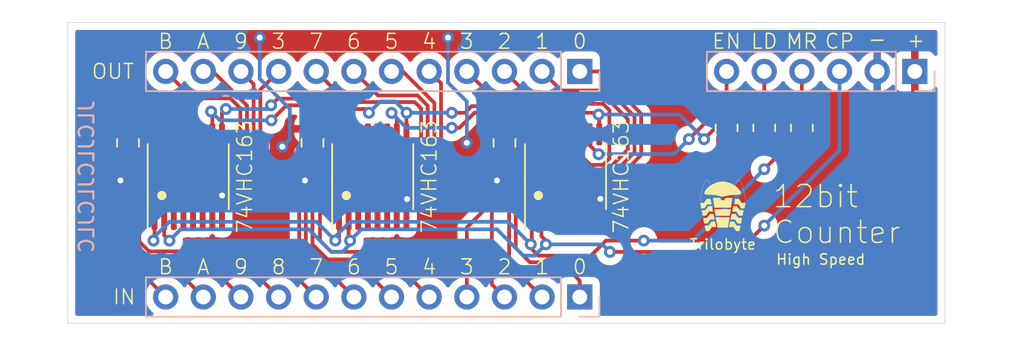
<source format=kicad_pcb>
(kicad_pcb (version 20211014) (generator pcbnew)
  (layers (0 "F.Cu" signal) (31 "B.Cu" signal) (34 "B.Paste" user) (35 "F.Paste" user) (36 "B.SilkS" user "B.Silkscreen") (37 "F.SilkS" user "F.Silkscreen") (38 "B.Mask" user) (39 "F.Mask" user) (44 "Edge.Cuts" user))
  (net 0 "")
  (net 1 "VCC")
  (net 2 "GND")
  (net 3 "/D0")
  (net 4 "/D1")
  (net 5 "/D2")
  (net 6 "/D3")
  (net 7 "/D4")
  (net 8 "/D5")
  (net 9 "/D6")
  (net 10 "/D7")
  (net 11 "/D8")
  (net 12 "/D9")
  (net 13 "/D10")
  (net 14 "/D11")
  (net 15 "/Q0")
  (net 16 "/Q1")
  (net 17 "/Q2")
  (net 18 "/Q3")
  (net 19 "/Q4")
  (net 20 "/Q5")
  (net 21 "/Q6")
  (net 22 "/Q7")
  (net 23 "/Q8")
  (net 24 "/Q9")
  (net 25 "/Q10")
  (net 26 "/Q11")
  (net 27 "/CLOCK")
  (net 28 "/~{RESET}")
  (net 29 "/~{LOAD}")
  (net 30 "/EN")
  (net 31 "Net-(U1-Pad15)")
  (net 32 "Net-(U2-Pad15)")
  (footprint "Capacitor_SMD:C_0805_2012Metric" (layer "F.Cu") (at 117.602 75.184 -90)
    (fp_text reference "C2" hide)
    (fp_text value "C" hide)
    (pad "1" smd roundrect locked (at -0.95 0 270) (size 1 1.45) (layers "F.Cu" "F.Paste" "F.Mask") (net 1 "VCC"))
    (pad "2" smd roundrect locked (at 0.95 0 270) (size 1 1.45) (layers "F.Cu" "F.Paste" "F.Mask") (net 2 "GND"))
  )
  (footprint "Package_SO:TSSOP-16_4.4x5mm_P0.65mm" (layer "F.Cu") (at 134.674 77.47 90)
    (fp_text reference "U1" hide)
    (fp_text value "74LS163" hide)
    (pad "1" smd roundrect (at -2.8625 -2.275 90) (size 1.475 0.4) (layers "F.Cu" "F.Paste" "F.Mask") (net 28 "/~{RESET}"))
    (pad "2" smd roundrect (at -2.8625 -1.625 90) (size 1.475 0.4) (layers "F.Cu" "F.Paste" "F.Mask") (net 27 "/CLOCK"))
    (pad "3" smd roundrect (at -2.8625 -0.975 90) (size 1.475 0.4) (layers "F.Cu" "F.Paste" "F.Mask") (net 3 "/D0"))
    (pad "4" smd roundrect (at -2.8625 -0.325 90) (size 1.475 0.4) (layers "F.Cu" "F.Paste" "F.Mask") (net 4 "/D1"))
    (pad "5" smd roundrect (at -2.8625 0.325 90) (size 1.475 0.4) (layers "F.Cu" "F.Paste" "F.Mask") (net 5 "/D2"))
    (pad "6" smd roundrect (at -2.8625 0.975 90) (size 1.475 0.4) (layers "F.Cu" "F.Paste" "F.Mask") (net 6 "/D3"))
    (pad "7" smd roundrect (at -2.8625 1.625 90) (size 1.475 0.4) (layers "F.Cu" "F.Paste" "F.Mask") (net 1 "VCC"))
    (pad "8" smd roundrect (at -2.8625 2.275 90) (size 1.475 0.4) (layers "F.Cu" "F.Paste" "F.Mask") (net 2 "GND"))
    (pad "9" smd roundrect (at 2.8625 2.275 90) (size 1.475 0.4) (layers "F.Cu" "F.Paste" "F.Mask") (net 29 "/~{LOAD}"))
    (pad "10" smd roundrect (at 2.8625 1.625 90) (size 1.475 0.4) (layers "F.Cu" "F.Paste" "F.Mask") (net 30 "/EN"))
    (pad "11" smd roundrect (at 2.8625 0.975 90) (size 1.475 0.4) (layers "F.Cu" "F.Paste" "F.Mask") (net 18 "/Q3"))
    (pad "12" smd roundrect (at 2.8625 0.325 90) (size 1.475 0.4) (layers "F.Cu" "F.Paste" "F.Mask") (net 17 "/Q2"))
    (pad "13" smd roundrect (at 2.8625 -0.325 90) (size 1.475 0.4) (layers "F.Cu" "F.Paste" "F.Mask") (net 16 "/Q1"))
    (pad "14" smd roundrect (at 2.8625 -0.975 90) (size 1.475 0.4) (layers "F.Cu" "F.Paste" "F.Mask") (net 15 "/Q0"))
    (pad "15" smd roundrect (at 2.8625 -1.625 90) (size 1.475 0.4) (layers "F.Cu" "F.Paste" "F.Mask") (net 31 "Net-(U1-Pad15)"))
    (pad "16" smd roundrect (at 2.8625 -2.275 90) (size 1.475 0.4) (layers "F.Cu" "F.Paste" "F.Mask") (net 1 "VCC"))
  )
  (footprint "Capacitor_SMD:C_0805_2012Metric" (layer "F.Cu") (at 105.156 75.184 -90)
    (fp_text reference "C3" hide)
    (fp_text value "C" hide)
    (pad "1" smd roundrect locked (at -0.95 0 270) (size 1 1.45) (layers "F.Cu" "F.Paste" "F.Mask") (net 1 "VCC"))
    (pad "2" smd roundrect locked (at 0.95 0 270) (size 1 1.45) (layers "F.Cu" "F.Paste" "F.Mask") (net 2 "GND"))
  )
  (footprint "Resistor_SMD:R_0805_2012Metric" (layer "F.Cu") (at 150.622 74.168 -90)
    (fp_text reference "R3" hide)
    (fp_text value "R_US" hide)
    (pad "1" smd roundrect locked (at -0.9125 0 270) (size 1.025 1.4) (layers "F.Cu" "F.Paste" "F.Mask") (roundrect_rratio 0.243902439) (net 28 "/~{RESET}"))
    (pad "2" smd roundrect locked (at 0.9125 0 270) (size 1.025 1.4) (layers "F.Cu" "F.Paste" "F.Mask") (roundrect_rratio 0.243902439) (net 1 "VCC"))
  )
  (footprint "Resistor_SMD:R_0805_2012Metric" (layer "F.Cu") (at 145.542 74.168 -90)
    (fp_text reference "R1" hide)
    (fp_text value "R_US" hide)
    (pad "1" smd roundrect locked (at -0.9125 0 270) (size 1.025 1.4) (layers "F.Cu" "F.Paste" "F.Mask") (roundrect_rratio 0.243902439) (net 30 "/EN"))
    (pad "2" smd roundrect locked (at 0.9125 0 270) (size 1.025 1.4) (layers "F.Cu" "F.Paste" "F.Mask") (roundrect_rratio 0.243902439) (net 1 "VCC"))
  )
  (footprint "Resistor_SMD:R_0805_2012Metric" (layer "F.Cu") (at 148.082 74.168 -90)
    (fp_text reference "R2" hide)
    (fp_text value "R_US" hide)
    (pad "1" smd roundrect locked (at -0.9125 0 270) (size 1.025 1.4) (layers "F.Cu" "F.Paste" "F.Mask") (roundrect_rratio 0.243902439) (net 29 "/~{LOAD}"))
    (pad "2" smd roundrect locked (at 0.9125 0 270) (size 1.025 1.4) (layers "F.Cu" "F.Paste" "F.Mask") (roundrect_rratio 0.243902439) (net 1 "VCC"))
  )
  (footprint "Capacitor_SMD:C_0805_2012Metric" (layer "F.Cu") (at 130.556 75.184 -90)
    (fp_text reference "C1" hide)
    (fp_text value "C" hide)
    (pad "1" smd roundrect locked (at -0.95 0 270) (size 1 1.45) (layers "F.Cu" "F.Paste" "F.Mask") (net 1 "VCC"))
    (pad "2" smd roundrect locked (at 0.95 0 270) (size 1 1.45) (layers "F.Cu" "F.Paste" "F.Mask") (net 2 "GND"))
  )
  (footprint "Package_SO:TSSOP-16_4.4x5mm_P0.65mm" (layer "F.Cu") (at 121.666 77.47 90)
    (fp_text reference "U2" hide)
    (fp_text value "74LS163" hide)
    (pad "1" smd roundrect (at -2.8625 -2.275 90) (size 1.475 0.4) (layers "F.Cu" "F.Paste" "F.Mask") (net 28 "/~{RESET}"))
    (pad "2" smd roundrect (at -2.8625 -1.625 90) (size 1.475 0.4) (layers "F.Cu" "F.Paste" "F.Mask") (net 27 "/CLOCK"))
    (pad "3" smd roundrect (at -2.8625 -0.975 90) (size 1.475 0.4) (layers "F.Cu" "F.Paste" "F.Mask") (net 7 "/D4"))
    (pad "4" smd roundrect (at -2.8625 -0.325 90) (size 1.475 0.4) (layers "F.Cu" "F.Paste" "F.Mask") (net 8 "/D5"))
    (pad "5" smd roundrect (at -2.8625 0.325 90) (size 1.475 0.4) (layers "F.Cu" "F.Paste" "F.Mask") (net 9 "/D6"))
    (pad "6" smd roundrect (at -2.8625 0.975 90) (size 1.475 0.4) (layers "F.Cu" "F.Paste" "F.Mask") (net 10 "/D7"))
    (pad "7" smd roundrect (at -2.8625 1.625 90) (size 1.475 0.4) (layers "F.Cu" "F.Paste" "F.Mask") (net 1 "VCC"))
    (pad "8" smd roundrect (at -2.8625 2.275 90) (size 1.475 0.4) (layers "F.Cu" "F.Paste" "F.Mask") (net 2 "GND"))
    (pad "9" smd roundrect (at 2.8625 2.275 90) (size 1.475 0.4) (layers "F.Cu" "F.Paste" "F.Mask") (net 29 "/~{LOAD}"))
    (pad "10" smd roundrect (at 2.8625 1.625 90) (size 1.475 0.4) (layers "F.Cu" "F.Paste" "F.Mask") (net 31 "Net-(U1-Pad15)"))
    (pad "11" smd roundrect (at 2.8625 0.975 90) (size 1.475 0.4) (layers "F.Cu" "F.Paste" "F.Mask") (net 22 "/Q7"))
    (pad "12" smd roundrect (at 2.8625 0.325 90) (size 1.475 0.4) (layers "F.Cu" "F.Paste" "F.Mask") (net 21 "/Q6"))
    (pad "13" smd roundrect (at 2.8625 -0.325 90) (size 1.475 0.4) (layers "F.Cu" "F.Paste" "F.Mask") (net 20 "/Q5"))
    (pad "14" smd roundrect (at 2.8625 -0.975 90) (size 1.475 0.4) (layers "F.Cu" "F.Paste" "F.Mask") (net 19 "/Q4"))
    (pad "15" smd roundrect (at 2.8625 -1.625 90) (size 1.475 0.4) (layers "F.Cu" "F.Paste" "F.Mask") (net 32 "Net-(U2-Pad15)"))
    (pad "16" smd roundrect (at 2.8625 -2.275 90) (size 1.475 0.4) (layers "F.Cu" "F.Paste" "F.Mask") (net 1 "VCC"))
  )
  (footprint "Stephenv6:trilobyte-logo-tiny" (layer "F.Cu") (at 145.278 73.536558)
    (fp_text reference "REF**" hide)
    (fp_text value "trilobyte-logo-tiny" hide)
  )
  (footprint "Package_SO:TSSOP-16_4.4x5mm_P0.65mm" (layer "F.Cu") (at 109.22 77.47 90)
    (fp_text reference "U3" hide)
    (fp_text value "74LS163" hide)
    (pad "1" smd roundrect (at -2.8625 -2.275 90) (size 1.475 0.4) (layers "F.Cu" "F.Paste" "F.Mask") (net 28 "/~{RESET}"))
    (pad "2" smd roundrect (at -2.8625 -1.625 90) (size 1.475 0.4) (layers "F.Cu" "F.Paste" "F.Mask") (net 27 "/CLOCK"))
    (pad "3" smd roundrect (at -2.8625 -0.975 90) (size 1.475 0.4) (layers "F.Cu" "F.Paste" "F.Mask") (net 11 "/D8"))
    (pad "4" smd roundrect (at -2.8625 -0.325 90) (size 1.475 0.4) (layers "F.Cu" "F.Paste" "F.Mask") (net 12 "/D9"))
    (pad "5" smd roundrect (at -2.8625 0.325 90) (size 1.475 0.4) (layers "F.Cu" "F.Paste" "F.Mask") (net 13 "/D10"))
    (pad "6" smd roundrect (at -2.8625 0.975 90) (size 1.475 0.4) (layers "F.Cu" "F.Paste" "F.Mask") (net 14 "/D11"))
    (pad "7" smd roundrect (at -2.8625 1.625 90) (size 1.475 0.4) (layers "F.Cu" "F.Paste" "F.Mask") (net 1 "VCC"))
    (pad "8" smd roundrect (at -2.8625 2.275 90) (size 1.475 0.4) (layers "F.Cu" "F.Paste" "F.Mask") (net 2 "GND"))
    (pad "9" smd roundrect (at 2.8625 2.275 90) (size 1.475 0.4) (layers "F.Cu" "F.Paste" "F.Mask") (net 29 "/~{LOAD}"))
    (pad "10" smd roundrect (at 2.8625 1.625 90) (size 1.475 0.4) (layers "F.Cu" "F.Paste" "F.Mask") (net 32 "Net-(U2-Pad15)"))
    (pad "11" smd roundrect (at 2.8625 0.975 90) (size 1.475 0.4) (layers "F.Cu" "F.Paste" "F.Mask") (net 26 "/Q11"))
    (pad "12" smd roundrect (at 2.8625 0.325 90) (size 1.475 0.4) (layers "F.Cu" "F.Paste" "F.Mask") (net 25 "/Q10"))
    (pad "13" smd roundrect (at 2.8625 -0.325 90) (size 1.475 0.4) (layers "F.Cu" "F.Paste" "F.Mask") (net 24 "/Q9"))
    (pad "14" smd roundrect (at 2.8625 -0.975 90) (size 1.475 0.4) (layers "F.Cu" "F.Paste" "F.Mask") (net 23 "/Q8"))
    (pad "15" smd roundrect (at 2.8625 -1.625 90) (size 1.475 0.4) (layers "F.Cu" "F.Paste" "F.Mask"))
    (pad "16" smd roundrect (at 2.8625 -2.275 90) (size 1.475 0.4) (layers "F.Cu" "F.Paste" "F.Mask") (net 1 "VCC"))
  )
  (footprint "Connector_PinHeader_2.54mm:PinHeader_1x12_P2.54mm_Vertical" (layer "B.Cu") (at 135.636 85.598 90)
    (fp_text reference "J1" hide)
    (fp_text value "Conn_01x12" hide)
    (pad "1" thru_hole rect locked (at 0 0 90) (size 1.7 1.7) (drill 1) (layers *.Cu *.Mask) (net 3 "/D0"))
    (pad "2" thru_hole oval locked (at 0 -2.54 90) (size 1.7 1.7) (drill 1) (layers *.Cu *.Mask) (net 4 "/D1"))
    (pad "3" thru_hole oval locked (at 0 -5.08 90) (size 1.7 1.7) (drill 1) (layers *.Cu *.Mask) (net 5 "/D2"))
    (pad "4" thru_hole oval locked (at 0 -7.62 90) (size 1.7 1.7) (drill 1) (layers *.Cu *.Mask) (net 6 "/D3"))
    (pad "5" thru_hole oval locked (at 0 -10.16 90) (size 1.7 1.7) (drill 1) (layers *.Cu *.Mask) (net 7 "/D4"))
    (pad "6" thru_hole oval locked (at 0 -12.7 90) (size 1.7 1.7) (drill 1) (layers *.Cu *.Mask) (net 8 "/D5"))
    (pad "7" thru_hole oval locked (at 0 -15.24 90) (size 1.7 1.7) (drill 1) (layers *.Cu *.Mask) (net 9 "/D6"))
    (pad "8" thru_hole oval locked (at 0 -17.78 90) (size 1.7 1.7) (drill 1) (layers *.Cu *.Mask) (net 10 "/D7"))
    (pad "9" thru_hole oval locked (at 0 -20.32 90) (size 1.7 1.7) (drill 1) (layers *.Cu *.Mask) (net 11 "/D8"))
    (pad "10" thru_hole oval locked (at 0 -22.86 90) (size 1.7 1.7) (drill 1) (layers *.Cu *.Mask) (net 12 "/D9"))
    (pad "11" thru_hole oval locked (at 0 -25.4 90) (size 1.7 1.7) (drill 1) (layers *.Cu *.Mask) (net 13 "/D10"))
    (pad "12" thru_hole oval locked (at 0 -27.94 90) (size 1.7 1.7) (drill 1) (layers *.Cu *.Mask) (net 14 "/D11"))
  )
  (footprint "Connector_PinHeader_2.54mm:PinHeader_1x12_P2.54mm_Vertical" (layer "B.Cu") (at 135.636 70.358 90)
    (fp_text reference "J2" hide)
    (fp_text value "Conn_01x12" hide)
    (pad "1" thru_hole rect locked (at 0 0 90) (size 1.7 1.7) (drill 1) (layers *.Cu *.Mask) (net 15 "/Q0"))
    (pad "2" thru_hole oval locked (at 0 -2.54 90) (size 1.7 1.7) (drill 1) (layers *.Cu *.Mask) (net 16 "/Q1"))
    (pad "3" thru_hole oval locked (at 0 -5.08 90) (size 1.7 1.7) (drill 1) (layers *.Cu *.Mask) (net 17 "/Q2"))
    (pad "4" thru_hole oval locked (at 0 -7.62 90) (size 1.7 1.7) (drill 1) (layers *.Cu *.Mask) (net 18 "/Q3"))
    (pad "5" thru_hole oval locked (at 0 -10.16 90) (size 1.7 1.7) (drill 1) (layers *.Cu *.Mask) (net 19 "/Q4"))
    (pad "6" thru_hole oval locked (at 0 -12.7 90) (size 1.7 1.7) (drill 1) (layers *.Cu *.Mask) (net 20 "/Q5"))
    (pad "7" thru_hole oval locked (at 0 -15.24 90) (size 1.7 1.7) (drill 1) (layers *.Cu *.Mask) (net 21 "/Q6"))
    (pad "8" thru_hole oval locked (at 0 -17.78 90) (size 1.7 1.7) (drill 1) (layers *.Cu *.Mask) (net 22 "/Q7"))
    (pad "9" thru_hole oval locked (at 0 -20.32 90) (size 1.7 1.7) (drill 1) (layers *.Cu *.Mask) (net 23 "/Q8"))
    (pad "10" thru_hole oval locked (at 0 -22.86 90) (size 1.7 1.7) (drill 1) (layers *.Cu *.Mask) (net 24 "/Q9"))
    (pad "11" thru_hole oval locked (at 0 -25.4 90) (size 1.7 1.7) (drill 1) (layers *.Cu *.Mask) (net 25 "/Q10"))
    (pad "12" thru_hole oval locked (at 0 -27.94 90) (size 1.7 1.7) (drill 1) (layers *.Cu *.Mask) (net 26 "/Q11"))
  )
  (footprint "Connector_PinHeader_2.54mm:PinHeader_1x06_P2.54mm_Vertical" (layer "B.Cu") (at 158.242 70.358 90)
    (fp_text reference "J3" hide)
    (fp_text value "Conn_01x06" hide)
    (pad "1" thru_hole rect locked (at 0 0 90) (size 1.7 1.7) (drill 1) (layers *.Cu *.Mask) (net 1 "VCC"))
    (pad "2" thru_hole oval locked (at 0 -2.54 90) (size 1.7 1.7) (drill 1) (layers *.Cu *.Mask) (net 2 "GND"))
    (pad "3" thru_hole oval locked (at 0 -5.08 90) (size 1.7 1.7) (drill 1) (layers *.Cu *.Mask) (net 27 "/CLOCK"))
    (pad "4" thru_hole oval locked (at 0 -7.62 90) (size 1.7 1.7) (drill 1) (layers *.Cu *.Mask) (net 28 "/~{RESET}"))
    (pad "5" thru_hole oval locked (at 0 -10.16 90) (size 1.7 1.7) (drill 1) (layers *.Cu *.Mask) (net 29 "/~{LOAD}"))
    (pad "6" thru_hole oval locked (at 0 -12.7 90) (size 1.7 1.7) (drill 1) (layers *.Cu *.Mask) (net 30 "/EN"))
  )
  (gr_circle (center 132.842 78.74) (end 133.096 78.74) (layer "F.SilkS") (width 0.12) (fill solid))
  (gr_circle (center 107.442 78.74) (end 107.696 78.74) (layer "F.SilkS") (width 0.12) (fill solid))
  (gr_circle (center 119.888 78.74) (end 120.142 78.74) (layer "F.SilkS") (width 0.12) (fill solid))
  (gr_rect (start 101.092 87.376) (end 160.274 67.056) (layer "Edge.Cuts") (width 0.05) (fill none))
  (gr_text "JLCJLCJLCJLC" (at 102.362 77.47 90) (layer "B.SilkS") (effects (font (size 1 1)) (justify mirror)))
  (gr_text "~{LD}" (at 148.082 68.326) (layer "F.SilkS") (effects (font (size 1 1) (thickness 0.1))))
  (gr_text "0" (at 135.636 83.566) (layer "F.SilkS") (effects (font (size 1 1) (thickness 0.1))))
  (gr_text "1" (at 133.096 83.566) (layer "F.SilkS") (effects (font (size 1 1) (thickness 0.1))))
  (gr_text "6" (at 120.391 68.326) (layer "F.SilkS") (effects (font (size 1 1) (thickness 0.1))))
  (gr_text "High Speed" (at 151.892 83.058) (layer "F.SilkS") (effects (font (size 0.7 0.7) (thickness 0.1))))
  (gr_text "IN" (at 104.902 85.598) (layer "F.SilkS") (effects (font (size 1 1) (thickness 0.1))))
  (gr_text "74VHC163" (at 113.03 77.47 90) (layer "F.SilkS") (effects (font (size 1 1) (thickness 0.1))))
  (gr_text "3" (at 115.311 68.326) (layer "F.SilkS") (effects (font (size 1 1) (thickness 0.1))))
  (gr_text "5" (at 122.936 83.566) (layer "F.SilkS") (effects (font (size 1 1) (thickness 0.1))))
  (gr_text "7" (at 117.856 83.566) (layer "F.SilkS") (effects (font (size 1 1) (thickness 0.1))))
  (gr_text "74VHC163" (at 138.43 77.47 90) (layer "F.SilkS") (effects (font (size 1 1) (thickness 0.1))))
  (gr_text "B" (at 107.691 68.326) (layer "F.SilkS") (effects (font (size 1 1) (thickness 0.1))))
  (gr_text "7" (at 117.851 68.326) (layer "F.SilkS") (effects (font (size 1 1) (thickness 0.1))))
  (gr_text "2" (at 130.556 83.566) (layer "F.SilkS") (effects (font (size 1 1) (thickness 0.1))))
  (gr_text "OUT" (at 104.14 70.358) (layer "F.SilkS") (effects (font (size 1 1) (thickness 0.1))))
  (gr_text "9" (at 112.771 68.326) (layer "F.SilkS") (effects (font (size 1 1) (thickness 0.1))))
  (gr_text "-" (at 155.702 68.326 180) (layer "F.SilkS") (effects (font (size 1 1) (thickness 0.1))))
  (gr_text "4" (at 125.471 68.326) (layer "F.SilkS") (effects (font (size 1 1) (thickness 0.1))))
  (gr_text "5" (at 122.931 68.326) (layer "F.SilkS") (effects (font (size 1 1) (thickness 0.1))))
  (gr_text "0" (at 135.631 68.326) (layer "F.SilkS") (effects (font (size 1 1) (thickness 0.1))))
  (gr_text "EN" (at 145.542 68.326) (layer "F.SilkS") (effects (font (size 1 1) (thickness 0.1))))
  (gr_text "A" (at 110.231 68.326) (layer "F.SilkS") (effects (font (size 1 1) (thickness 0.1))))
  (gr_text "74VHC163" (at 125.476 77.47 90) (layer "F.SilkS") (effects (font (size 1 1) (thickness 0.1))))
  (gr_text "+" (at 158.242 68.326 90) (layer "F.SilkS") (effects (font (size 1 1) (thickness 0.1))))
  (gr_text "~{MR}" (at 150.622 68.326) (layer "F.SilkS") (effects (font (size 1 1) (thickness 0.1))))
  (gr_text "Trilobyte" (at 145.288 82.042) (layer "F.SilkS") (effects (font (size 0.7 0.7) (thickness 0.1))))
  (gr_text "8" (at 115.316 83.566) (layer "F.SilkS") (effects (font (size 1 1) (thickness 0.1))))
  (gr_text "B" (at 107.696 83.566) (layer "F.SilkS") (effects (font (size 1 1) (thickness 0.1))))
  (gr_text "9" (at 112.776 83.566) (layer "F.SilkS") (effects (font (size 1 1) (thickness 0.1))))
  (gr_text "3" (at 128.011 68.326) (layer "F.SilkS") (effects (font (size 1 1) (thickness 0.1))))
  (gr_text "3" (at 128.016 83.566) (layer "F.SilkS") (effects (font (size 1 1) (thickness 0.1))))
  (gr_text "1" (at 133.091 68.326) (layer "F.SilkS") (effects (font (size 1 1) (thickness 0.1))))
  (gr_text "4" (at 125.476 83.566) (layer "F.SilkS") (effects (font (size 1 1) (thickness 0.1))))
  (gr_text "CP" (at 153.162 68.326) (layer "F.SilkS") (effects (font (size 1 1) (thickness 0.1))))
  (gr_text "12bit\nCounter" (at 148.59 80.01) (layer "F.SilkS") (effects (font (size 1.5 1.5) (thickness 0.1)) (justify left)))
  (gr_text "2" (at 130.551 68.326) (layer "F.SilkS") (effects (font (size 1 1) (thickness 0.1))))
  (gr_text "6" (at 120.396 83.566) (layer "F.SilkS") (effects (font (size 1 1) (thickness 0.1))))
  (gr_text "A" (at 110.236 83.566) (layer "F.SilkS") (effects (font (size 1 1) (thickness 0.1))))
  (segment (start 119.391 74.6075) (end 119.391 75.449) (width 0.25) (layer "F.Cu") (net 1))
  (segment (start 106.945 74.6075) (end 106.945 75.295361) (width 0.25) (layer "F.Cu") (net 1))
  (segment (start 106.5715 74.234) (end 106.945 74.6075) (width 0.25) (layer "F.Cu") (net 1))
  (segment (start 132.0255 74.234) (end 132.399 74.6075) (width 0.25) (layer "F.Cu") (net 1))
  (segment (start 136.299 79.195361) (end 136.299 80.3325) (width 0.25) (layer "F.Cu") (net 1))
  (segment (start 105.156 74.234) (end 106.5715 74.234) (width 0.25) (layer "F.Cu") (net 1))
  (segment (start 119.0175 74.234) (end 119.391 74.6075) (width 0.25) (layer "F.Cu") (net 1))
  (segment (start 132.399 75.295361) (end 136.299 79.195361) (width 0.25) (layer "F.Cu") (net 1))
  (segment (start 119.391 75.449) (end 123.291 79.349) (width 0.25) (layer "F.Cu") (net 1))
  (segment (start 117.602 74.234) (end 119.0175 74.234) (width 0.25) (layer "F.Cu") (net 1))
  (segment (start 106.945 75.295361) (end 110.845 79.195361) (width 0.25) (layer "F.Cu") (net 1))
  (segment (start 130.556 74.234) (end 132.0255 74.234) (width 0.25) (layer "F.Cu") (net 1))
  (segment (start 148.082 75.0805) (end 145.542 75.0805) (width 0.25) (layer "F.Cu") (net 1))
  (segment (start 132.399 74.6075) (end 132.399 75.295361) (width 0.25) (layer "F.Cu") (net 1))
  (segment (start 123.291 79.349) (end 123.291 80.3325) (width 0.25) (layer "F.Cu") (net 1))
  (segment (start 110.845 79.195361) (end 110.845 80.3325) (width 0.25) (layer "F.Cu") (net 1))
  (via (at 114.046 68.072) (size 0.8) (drill 0.4) (layers "F.Cu" "B.Cu") (net 1))
  (via (at 128.016 75.184) (size 0.8) (drill 0.4) (layers "F.Cu" "B.Cu") (net 1))
  (via (at 126.746 68.072) (size 0.8) (drill 0.4) (layers "F.Cu" "B.Cu") (net 1))
  (via (at 115.57 75.438) (size 0.8) (drill 0.4) (layers "F.Cu" "B.Cu") (net 1))
  (segment (start 128.016 72.39) (end 128.016 75.184) (width 0.25) (layer "B.Cu") (net 1))
  (segment (start 126.746 68.072) (end 126.746 71.12) (width 0.25) (layer "B.Cu") (net 1))
  (segment (start 126.746 71.12) (end 128.016 72.39) (width 0.25) (layer "B.Cu") (net 1))
  (segment (start 116.078 74.93) (end 115.57 75.438) (width 0.25) (layer "B.Cu") (net 1))
  (segment (start 114.046 68.072) (end 114.046 70.8574) (width 0.25) (layer "B.Cu") (net 1))
  (segment (start 116.078 72.8894) (end 116.078 74.93) (width 0.25) (layer "B.Cu") (net 1))
  (segment (start 114.046 70.8574) (end 116.078 72.8894) (width 0.25) (layer "B.Cu") (net 1))
  (segment (start 123.941 80.3325) (end 123.941 79.027291) (width 0.25) (layer "F.Cu") (net 2))
  (segment (start 105.156 77.216) (end 104.648 77.724) (width 0.25) (layer "F.Cu") (net 2))
  (segment (start 123.941 79.027291) (end 123.984056 78.984235) (width 0.25) (layer "F.Cu") (net 2))
  (segment (start 105.156 76.134) (end 105.156 77.216) (width 0.25) (layer "F.Cu") (net 2))
  (segment (start 117.602 77.216) (end 117.094 77.724) (width 0.25) (layer "F.Cu") (net 2))
  (segment (start 111.495 78.751) (end 111.506 78.74) (width 0.25) (layer "F.Cu") (net 2))
  (segment (start 136.949 79.041691) (end 137.0235 78.967191) (width 0.25) (layer "F.Cu") (net 2))
  (segment (start 136.949 80.3325) (end 136.949 79.041691) (width 0.25) (layer "F.Cu") (net 2))
  (segment (start 111.495 80.3325) (end 111.495 78.751) (width 0.25) (layer "F.Cu") (net 2))
  (segment (start 130.556 76.134) (end 130.556 77.216) (width 0.25) (layer "F.Cu") (net 2))
  (segment (start 130.556 77.216) (end 130.048 77.724) (width 0.25) (layer "F.Cu") (net 2))
  (segment (start 117.602 76.134) (end 117.602 77.216) (width 0.25) (layer "F.Cu") (net 2))
  (via (at 111.506 78.74) (size 0.8) (drill 0.4) (layers "F.Cu" "B.Cu") (net 2))
  (via (at 117.094 77.724) (size 0.8) (drill 0.4) (layers "F.Cu" "B.Cu") (net 2))
  (via (at 104.648 77.724) (size 0.8) (drill 0.4) (layers "F.Cu" "B.Cu") (net 2))
  (via (at 130.048 77.724) (size 0.8) (drill 0.4) (layers "F.Cu" "B.Cu") (net 2))
  (via (at 137.0235 78.967191) (size 0.8) (drill 0.4) (layers "F.Cu" "B.Cu") (net 2))
  (via (at 123.984056 78.984235) (size 0.8) (drill 0.4) (layers "F.Cu" "B.Cu") (net 2))
  (segment (start 131.318 82.296) (end 131.318 79.502) (width 0.25) (layer "F.Cu") (net 3))
  (segment (start 135.636 85.598) (end 135.636 84.498) (width 0.25) (layer "F.Cu") (net 3))
  (segment (start 133.048361 78.994) (end 133.699 79.644639) (width 0.25) (layer "F.Cu") (net 3))
  (segment (start 131.826 78.994) (end 133.048361 78.994) (width 0.25) (layer "F.Cu") (net 3))
  (segment (start 131.318 79.502) (end 131.826 78.994) (width 0.25) (layer "F.Cu") (net 3))
  (segment (start 134.391511 83.253511) (end 132.275511 83.253511) (width 0.25) (layer "F.Cu") (net 3))
  (segment (start 133.699 79.644639) (end 133.699 80.3325) (width 0.25) (layer "F.Cu") (net 3))
  (segment (start 135.636 84.498) (end 134.391511 83.253511) (width 0.25) (layer "F.Cu") (net 3))
  (segment (start 132.275511 83.253511) (end 131.318 82.296) (width 0.25) (layer "F.Cu") (net 3))
  (segment (start 131.639807 78.544489) (end 133.408489 78.544489) (width 0.25) (layer "F.Cu") (net 4))
  (segment (start 133.096 85.598) (end 130.868489 83.370489) (width 0.25) (layer "F.Cu") (net 4))
  (segment (start 133.408489 78.544489) (end 134.349 79.485) (width 0.25) (layer "F.Cu") (net 4))
  (segment (start 130.868489 83.370489) (end 130.86849 79.315806) (width 0.25) (layer "F.Cu") (net 4))
  (segment (start 130.86849 79.315806) (end 131.639807 78.544489) (width 0.25) (layer "F.Cu") (net 4))
  (segment (start 134.349 79.485) (end 134.349 80.3325) (width 0.25) (layer "F.Cu") (net 4))
  (segment (start 129.706 84.748) (end 129.706 79.842592) (width 0.25) (layer "F.Cu") (net 5))
  (segment (start 130.556 85.598) (end 129.706 84.748) (width 0.25) (layer "F.Cu") (net 5))
  (segment (start 133.594683 78.094979) (end 134.999 79.499296) (width 0.25) (layer "F.Cu") (net 5))
  (segment (start 134.999 79.499296) (end 134.999 80.3325) (width 0.25) (layer "F.Cu") (net 5))
  (segment (start 129.706 79.842592) (end 131.453613 78.094979) (width 0.25) (layer "F.Cu") (net 5))
  (segment (start 131.453613 78.094979) (end 133.594683 78.094979) (width 0.25) (layer "F.Cu") (net 5))
  (segment (start 131.26742 77.645468) (end 133.905764 77.645468) (width 0.25) (layer "F.Cu") (net 6))
  (segment (start 133.905764 77.645468) (end 135.649 79.388704) (width 0.25) (layer "F.Cu") (net 6))
  (segment (start 128.016 80.896888) (end 131.26742 77.645468) (width 0.25) (layer "F.Cu") (net 6))
  (segment (start 128.016 85.598) (end 128.016 80.896888) (width 0.25) (layer "F.Cu") (net 6))
  (segment (start 135.649 79.388704) (end 135.649 80.3325) (width 0.25) (layer "F.Cu") (net 6))
  (segment (start 120.691 79.545818) (end 120.139182 78.994) (width 0.25) (layer "F.Cu") (net 7))
  (segment (start 118.872 82.55) (end 122.428 82.55) (width 0.25) (layer "F.Cu") (net 7))
  (segment (start 118.11 80.01) (end 118.11 81.788) (width 0.25) (layer "F.Cu") (net 7))
  (segment (start 119.126 78.994) (end 118.11 80.01) (width 0.25) (layer "F.Cu") (net 7))
  (segment (start 120.139182 78.994) (end 119.126 78.994) (width 0.25) (layer "F.Cu") (net 7))
  (segment (start 122.428 82.55) (end 125.476 85.598) (width 0.25) (layer "F.Cu") (net 7))
  (segment (start 118.11 81.788) (end 118.872 82.55) (width 0.25) (layer "F.Cu") (net 7))
  (segment (start 120.691 80.3325) (end 120.691 79.545818) (width 0.25) (layer "F.Cu") (net 7))
  (segment (start 122.936 85.598) (end 120.396 83.058) (width 0.25) (layer "F.Cu") (net 8))
  (segment (start 120.396 83.058) (end 118.618 83.058) (width 0.25) (layer "F.Cu") (net 8))
  (segment (start 117.602 82.042) (end 117.602 79.756) (width 0.25) (layer "F.Cu") (net 8))
  (segment (start 117.602 79.756) (end 118.872002 78.486) (width 0.25) (layer "F.Cu") (net 8))
  (segment (start 118.872002 78.486) (end 120.266888 78.486) (width 0.25) (layer "F.Cu") (net 8))
  (segment (start 120.266888 78.486) (end 121.341 79.560112) (width 0.25) (layer "F.Cu") (net 8))
  (segment (start 121.341 79.560112) (end 121.341 80.3325) (width 0.25) (layer "F.Cu") (net 8))
  (segment (start 118.618 83.058) (end 117.602 82.042) (width 0.25) (layer "F.Cu") (net 8))
  (segment (start 120.453081 78.036489) (end 121.991 79.574408) (width 0.25) (layer "F.Cu") (net 9))
  (segment (start 117.15249 82.35449) (end 117.15249 79.569806) (width 0.25) (layer "F.Cu") (net 9))
  (segment (start 120.396 85.598) (end 117.15249 82.35449) (width 0.25) (layer "F.Cu") (net 9))
  (segment (start 118.685809 78.036489) (end 120.453081 78.036489) (width 0.25) (layer "F.Cu") (net 9))
  (segment (start 121.991 79.574408) (end 121.991 80.3325) (width 0.25) (layer "F.Cu") (net 9))
  (segment (start 117.15249 79.569806) (end 118.685809 78.036489) (width 0.25) (layer "F.Cu") (net 9))
  (segment (start 120.639274 77.586978) (end 122.641 79.588704) (width 0.25) (layer "F.Cu") (net 10))
  (segment (start 118.499616 77.586978) (end 120.639274 77.586978) (width 0.25) (layer "F.Cu") (net 10))
  (segment (start 117.856 85.598) (end 116.70298 84.44498) (width 0.25) (layer "F.Cu") (net 10))
  (segment (start 116.70298 84.44498) (end 116.70298 79.383612) (width 0.25) (layer "F.Cu") (net 10))
  (segment (start 122.641 79.588704) (end 122.641 80.3325) (width 0.25) (layer "F.Cu") (net 10))
  (segment (start 116.70298 79.383612) (end 118.499616 77.586978) (width 0.25) (layer "F.Cu") (net 10))
  (segment (start 105.918 79.50782) (end 106.43182 78.994) (width 0.25) (layer "F.Cu") (net 11))
  (segment (start 106.43182 78.994) (end 107.694592 78.994) (width 0.25) (layer "F.Cu") (net 11))
  (segment (start 106.57888 82.512501) (end 105.918 81.851621) (width 0.25) (layer "F.Cu") (net 11))
  (segment (start 105.918 81.851621) (end 105.918 79.50782) (width 0.25) (layer "F.Cu") (net 11))
  (segment (start 115.316 85.598) (end 112.230501 82.512501) (width 0.25) (layer "F.Cu") (net 11))
  (segment (start 112.230501 82.512501) (end 106.57888 82.512501) (width 0.25) (layer "F.Cu") (net 11))
  (segment (start 107.694592 78.994) (end 108.245 79.544408) (width 0.25) (layer "F.Cu") (net 11))
  (segment (start 108.245 79.544408) (end 108.245 80.3325) (width 0.25) (layer "F.Cu") (net 11))
  (segment (start 108.895 79.558704) (end 108.895 80.3325) (width 0.25) (layer "F.Cu") (net 12))
  (segment (start 106.392686 82.962011) (end 105.468489 82.037814) (width 0.25) (layer "F.Cu") (net 12))
  (segment (start 105.468489 82.037814) (end 105.46849 79.321626) (width 0.25) (layer "F.Cu") (net 12))
  (segment (start 112.776 85.598) (end 110.140011 82.962011) (width 0.25) (layer "F.Cu") (net 12))
  (segment (start 110.140011 82.962011) (end 106.392686 82.962011) (width 0.25) (layer "F.Cu") (net 12))
  (segment (start 106.245627 78.544489) (end 107.880786 78.54449) (width 0.25) (layer "F.Cu") (net 12))
  (segment (start 105.46849 79.321626) (end 106.245627 78.544489) (width 0.25) (layer "F.Cu") (net 12))
  (segment (start 107.880786 78.54449) (end 108.895 79.558704) (width 0.25) (layer "F.Cu") (net 12))
  (segment (start 106.059434 78.094978) (end 108.06698 78.09498) (width 0.25) (layer "F.Cu") (net 13))
  (segment (start 110.236 85.598) (end 108.049522 83.411522) (width 0.25) (layer "F.Cu") (net 13))
  (segment (start 105.01898 79.135432) (end 106.059434 78.094978) (width 0.25) (layer "F.Cu") (net 13))
  (segment (start 108.06698 78.09498) (end 109.545 79.573) (width 0.25) (layer "F.Cu") (net 13))
  (segment (start 105.018978 82.224007) (end 105.01898 79.135432) (width 0.25) (layer "F.Cu") (net 13))
  (segment (start 106.206493 83.411522) (end 105.018978 82.224007) (width 0.25) (layer "F.Cu") (net 13))
  (segment (start 109.545 79.573) (end 109.545 80.3325) (width 0.25) (layer "F.Cu") (net 13))
  (segment (start 108.049522 83.411522) (end 106.206493 83.411522) (width 0.25) (layer "F.Cu") (net 13))
  (segment (start 104.56947 82.47147) (end 104.56947 78.949238) (width 0.25) (layer "F.Cu") (net 14))
  (segment (start 105.873249 77.645459) (end 108.253177 77.645459) (width 0.25) (layer "F.Cu") (net 14))
  (segment (start 108.253177 77.645459) (end 110.195 79.587282) (width 0.25) (layer "F.Cu") (net 14))
  (segment (start 110.195 79.587282) (end 110.195 80.3325) (width 0.25) (layer "F.Cu") (net 14))
  (segment (start 104.56947 78.949238) (end 105.873249 77.645459) (width 0.25) (layer "F.Cu") (net 14))
  (segment (start 107.696 85.598) (end 104.56947 82.47147) (width 0.25) (layer "F.Cu") (net 14))
  (segment (start 139.778533 76.005354) (end 137.764856 78.019031) (width 0.25) (layer "F.Cu") (net 15))
  (segment (start 135.769123 78.019031) (end 133.699 75.948905) (width 0.25) (layer "F.Cu") (net 15))
  (segment (start 133.699 75.948905) (end 133.699 74.6075) (width 0.25) (layer "F.Cu") (net 15))
  (segment (start 135.636 70.358) (end 136.925212 70.358) (width 0.25) (layer "F.Cu") (net 15))
  (segment (start 137.764856 78.019031) (end 135.769123 78.019031) (width 0.25) (layer "F.Cu") (net 15))
  (segment (start 139.778533 73.211321) (end 139.778533 76.005354) (width 0.25) (layer "F.Cu") (net 15))
  (segment (start 136.925212 70.358) (end 139.778533 73.211321) (width 0.25) (layer "F.Cu") (net 15))
  (segment (start 135.955318 77.569521) (end 134.349 75.9632) (width 0.25) (layer "F.Cu") (net 16))
  (segment (start 134.384977 71.646977) (end 137.578487 71.646979) (width 0.25) (layer "F.Cu") (net 16))
  (segment (start 139.329021 75.818987) (end 137.578485 77.569523) (width 0.25) (layer "F.Cu") (net 16))
  (segment (start 139.329021 73.397513) (end 139.329021 75.818987) (width 0.25) (layer "F.Cu") (net 16))
  (segment (start 137.578485 77.569523) (end 135.955318 77.569521) (width 0.25) (layer "F.Cu") (net 16))
  (segment (start 133.096 70.358) (end 134.384977 71.646977) (width 0.25) (layer "F.Cu") (net 16))
  (segment (start 134.349 75.9632) (end 134.349 74.6075) (width 0.25) (layer "F.Cu") (net 16))
  (segment (start 137.578487 71.646979) (end 139.329021 73.397513) (width 0.25) (layer "F.Cu") (net 16))
  (segment (start 133.310488 72.096488) (end 137.392293 72.096489) (width 0.25) (layer "F.Cu") (net 17))
  (segment (start 132.958979 71.744979) (end 133.310488 72.096488) (width 0.25) (layer "F.Cu") (net 17))
  (segment (start 136.141513 77.120011) (end 134.999 75.977496) (width 0.25) (layer "F.Cu") (net 17))
  (segment (start 130.556 70.358) (end 131.942978 71.744978) (width 0.25) (layer "F.Cu") (net 17))
  (segment (start 137.392292 77.120012) (end 136.141513 77.120011) (width 0.25) (layer "F.Cu") (net 17))
  (segment (start 134.999 75.977496) (end 134.999 74.6075) (width 0.25) (layer "F.Cu") (net 17))
  (segment (start 131.942978 71.744978) (end 132.958979 71.744979) (width 0.25) (layer "F.Cu") (net 17))
  (segment (start 138.879511 73.583707) (end 138.879511 75.632793) (width 0.25) (layer "F.Cu") (net 17))
  (segment (start 137.392293 72.096489) (end 138.879511 73.583707) (width 0.25) (layer "F.Cu") (net 17))
  (segment (start 138.879511 75.632793) (end 137.392292 77.120012) (width 0.25) (layer "F.Cu") (net 17))
  (segment (start 132.772785 72.194489) (end 133.124295 72.545999) (width 0.25) (layer "F.Cu") (net 18))
  (segment (start 135.649 75.9676) (end 135.649 74.6075) (width 0.25) (layer "F.Cu") (net 18))
  (segment (start 137.630501 76.246099) (end 137.206099 76.670501) (width 0.25) (layer "F.Cu") (net 18))
  (segment (start 137.206099 76.670501) (end 136.351901 76.670501) (width 0.25) (layer "F.Cu") (net 18))
  (segment (start 136.351901 76.670501) (end 135.649 75.9676) (width 0.25) (layer "F.Cu") (net 18))
  (segment (start 133.124295 72.545999) (end 137.206099 72.545999) (width 0.25) (layer "F.Cu") (net 18))
  (segment (start 137.630501 72.970401) (end 137.630501 76.246099) (width 0.25) (layer "F.Cu") (net 18))
  (segment (start 128.016 70.358) (end 129.852489 72.194489) (width 0.25) (layer "F.Cu") (net 18))
  (segment (start 137.206099 72.545999) (end 137.630501 72.970401) (width 0.25) (layer "F.Cu") (net 18))
  (segment (start 129.852489 72.194489) (end 132.772785 72.194489) (width 0.25) (layer "F.Cu") (net 18))
  (segment (start 125.476 70.358) (end 126.275499 71.157499) (width 0.25) (layer "F.Cu") (net 19))
  (segment (start 124.635467 77.294533) (end 122.025874 77.294531) (width 0.25) (layer "F.Cu") (net 19))
  (segment (start 122.025874 77.294531) (end 120.691 75.959657) (width 0.25) (layer "F.Cu") (net 19))
  (segment (start 126.275499 75.654501) (end 124.635467 77.294533) (width 0.25) (layer "F.Cu") (net 19))
  (segment (start 126.275499 71.157499) (end 126.275499 75.654501) (width 0.25) (layer "F.Cu") (net 19))
  (segment (start 120.691 75.959657) (end 120.691 74.6075) (width 0.25) (layer "F.Cu") (net 19))
  (segment (start 122.936 70.358) (end 123.698 70.358) (width 0.25) (layer "F.Cu") (net 20))
  (segment (start 123.698 70.358) (end 125.825989 72.485989) (width 0.25) (layer "F.Cu") (net 20))
  (segment (start 125.825989 72.485989) (end 125.825988 75.468308) (width 0.25) (layer "F.Cu") (net 20))
  (segment (start 122.212068 76.845021) (end 121.341 75.973953) (width 0.25) (layer "F.Cu") (net 20))
  (segment (start 125.825988 75.468308) (end 124.449274 76.845022) (width 0.25) (layer "F.Cu") (net 20))
  (segment (start 121.341 75.973953) (end 121.341 74.6075) (width 0.25) (layer "F.Cu") (net 20))
  (segment (start 124.449274 76.845022) (end 122.212068 76.845021) (width 0.25) (layer "F.Cu") (net 20))
  (segment (start 121.991 75.763) (end 121.991 74.6075) (width 0.25) (layer "F.Cu") (net 21))
  (segment (start 125.376478 75.282114) (end 124.263081 76.395511) (width 0.25) (layer "F.Cu") (net 21))
  (segment (start 124.263081 76.395511) (end 122.62351 76.39551) (width 0.25) (layer "F.Cu") (net 21))
  (segment (start 120.396 70.358) (end 122.015988 71.977988) (width 0.25) (layer "F.Cu") (net 21))
  (segment (start 125.376478 72.672182) (end 125.376478 75.282114) (width 0.25) (layer "F.Cu") (net 21))
  (segment (start 122.62351 76.39551) (end 121.991 75.763) (width 0.25) (layer "F.Cu") (net 21))
  (segment (start 122.015988 71.977988) (end 124.682285 71.977989) (width 0.25) (layer "F.Cu") (net 21))
  (segment (start 124.682285 71.977989) (end 125.376478 72.672182) (width 0.25) (layer "F.Cu") (net 21))
  (segment (start 117.856 70.358) (end 117.857408 70.358) (width 0.25) (layer "F.Cu") (net 22))
  (segment (start 124.926967 72.858375) (end 124.926967 74.959394) (width 0.25) (layer "F.Cu") (net 22))
  (segment (start 124.926967 74.959394) (end 124.216841 75.66952) (width 0.25) (layer "F.Cu") (net 22))
  (segment (start 123.015159 75.66952) (end 122.641 75.295361) (width 0.25) (layer "F.Cu") (net 22))
  (segment (start 122.641 75.295361) (end 122.641 74.6075) (width 0.25) (layer "F.Cu") (net 22))
  (segment (start 124.216841 75.66952) (end 123.015159 75.66952) (width 0.25) (layer "F.Cu") (net 22))
  (segment (start 117.857408 70.358) (end 119.926907 72.427499) (width 0.25) (layer "F.Cu") (net 22))
  (segment (start 124.496091 72.427499) (end 124.926967 72.858375) (width 0.25) (layer "F.Cu") (net 22))
  (segment (start 119.926907 72.427499) (end 124.496091 72.427499) (width 0.25) (layer "F.Cu") (net 22))
  (segment (start 108.245 75.734408) (end 109.805124 77.294532) (width 0.25) (layer "F.Cu") (net 23))
  (segment (start 109.805124 77.294532) (end 112.31858 77.294532) (width 0.25) (layer "F.Cu") (net 23))
  (segment (start 114.083499 75.529613) (end 114.083499 71.590501) (width 0.25) (layer "F.Cu") (net 23))
  (segment (start 114.083499 71.590501) (end 115.316 70.358) (width 0.25) (layer "F.Cu") (net 23))
  (segment (start 112.31858 77.294532) (end 114.083499 75.529613) (width 0.25) (layer "F.Cu") (net 23))
  (segment (start 108.245 74.6075) (end 108.245 75.734408) (width 0.25) (layer "F.Cu") (net 23))
  (segment (start 108.895 75.748704) (end 108.895 74.6075) (width 0.25) (layer "F.Cu") (net 24))
  (segment (start 109.991316 76.84502) (end 108.895 75.748704) (width 0.25) (layer "F.Cu") (net 24))
  (segment (start 112.132386 76.845022) (end 109.991316 76.84502) (width 0.25) (layer "F.Cu") (net 24))
  (segment (start 112.776 70.358) (end 113.633988 71.215988) (width 0.25) (layer "F.Cu") (net 24))
  (segment (start 113.633988 71.215988) (end 113.633987 75.343421) (width 0.25) (layer "F.Cu") (net 24))
  (segment (start 113.633987 75.343421) (end 112.132386 76.845022) (width 0.25) (layer "F.Cu") (net 24))
  (segment (start 110.880304 70.358) (end 113.184478 72.662174) (width 0.25) (layer "F.Cu") (net 25))
  (segment (start 110.236 70.358) (end 110.880304 70.358) (width 0.25) (layer "F.Cu") (net 25))
  (segment (start 109.545 75.763) (end 109.545 74.6075) (width 0.25) (layer "F.Cu") (net 25))
  (segment (start 113.184478 72.662174) (end 113.184478 75.157226) (width 0.25) (layer "F.Cu") (net 25))
  (segment (start 111.946193 76.395511) (end 110.17751 76.39551) (width 0.25) (layer "F.Cu") (net 25))
  (segment (start 110.17751 76.39551) (end 109.545 75.763) (width 0.25) (layer "F.Cu") (net 25))
  (segment (start 113.184478 75.157226) (end 111.946193 76.395511) (width 0.25) (layer "F.Cu") (net 25))
  (segment (start 112.060099 72.173499) (end 112.734967 72.848367) (width 0.25) (layer "F.Cu") (net 26))
  (segment (start 111.76 75.946) (end 110.49 75.946) (width 0.25) (layer "F.Cu") (net 26))
  (segment (start 112.734967 72.848367) (end 112.734967 74.971033) (width 0.25) (layer "F.Cu") (net 26))
  (segment (start 109.511499 72.173499) (end 112.060099 72.173499) (width 0.25) (layer "F.Cu") (net 26))
  (segment (start 110.195 75.651) (end 110.195 74.6075) (width 0.25) (layer "F.Cu") (net 26))
  (segment (start 107.696 70.358) (end 109.511499 72.173499) (width 0.25) (layer "F.Cu") (net 26))
  (segment (start 110.49 75.946) (end 110.195 75.651) (width 0.25) (layer "F.Cu") (net 26))
  (segment (start 112.734967 74.971033) (end 111.76 75.946) (width 0.25) (layer "F.Cu") (net 26))
  (segment (start 120.041 81.687) (end 120.041 80.3325) (width 0.25) (layer "F.Cu") (net 27))
  (segment (start 144.018 82.55) (end 146.304 82.55) (width 0.25) (layer "F.Cu") (net 27))
  (segment (start 133.35 82.042) (end 133.35 81.788) (width 0.25) (layer "F.Cu") (net 27))
  (segment (start 107.595 80.3325) (end 107.595 81.433) (width 0.25) (layer "F.Cu") (net 27))
  (segment (start 133.35 81.788) (end 133.049 81.487) (width 0.25) (layer "F.Cu") (net 27))
  (segment (start 120.142 81.788) (end 120.041 81.687) (width 0.25) (layer "F.Cu") (net 27))
  (segment (start 133.049 81.487) (end 133.049 80.3325) (width 0.25) (layer "F.Cu") (net 27))
  (segment (start 107.595 81.433) (end 107.95 81.788) (width 0.25) (layer "F.Cu") (net 27))
  (segment (start 146.304 82.55) (end 148.082 80.772) (width 0.25) (layer "F.Cu") (net 27))
  (segment (start 144.018 82.55) (end 137.668 82.55) (width 0.25) (layer "F.Cu") (net 27))
  (via (at 148.082 80.772) (size 0.8) (drill 0.4) (layers "F.Cu" "B.Cu") (net 27))
  (via (at 133.35 82.042) (size 0.8) (drill 0.4) (layers "F.Cu" "B.Cu") (net 27))
  (via (at 137.668 82.55) (size 0.8) (drill 0.4) (layers "F.Cu" "B.Cu") (net 27))
  (via (at 107.95 81.788) (size 0.8) (drill 0.4) (layers "F.Cu" "B.Cu") (net 27))
  (via (at 120.142 81.788) (size 0.8) (drill 0.4) (layers "F.Cu" "B.Cu") (net 27))
  (segment (start 131.826 82.804) (end 132.334 82.804) (width 0.25) (layer "B.Cu") (net 27))
  (segment (start 132.334 82.804) (end 132.588 82.804) (width 0.25) (layer "B.Cu") (net 27))
  (segment (start 148.082 80.772) (end 153.162 75.692) (width 0.25) (layer "B.Cu") (net 27))
  (segment (start 120.904 81.026) (end 130.048 81.026) (width 0.25) (layer "B.Cu") (net 27))
  (segment (start 131.064 82.042) (end 131.826 82.804) (width 0.25) (layer "B.Cu") (net 27))
  (segment (start 107.95 81.788) (end 108.712 81.026) (width 0.25) (layer "B.Cu") (net 27))
  (segment (start 120.142 81.788) (end 120.904 81.026) (width 0.25) (layer "B.Cu") (net 27))
  (segment (start 153.162 75.692) (end 153.162 70.358) (width 0.25) (layer "B.Cu") (net 27))
  (segment (start 118.11 81.788) (end 118.872 82.55) (width 0.25) (layer "B.Cu") (net 27))
  (segment (start 133.35 82.042) (end 137.16 82.042) (width 0.25) (layer "B.Cu") (net 27))
  (segment (start 132.588 82.804) (end 133.35 82.042) (width 0.25) (layer "B.Cu") (net 27))
  (segment (start 130.048 81.026) (end 131.064 82.042) (width 0.25) (layer "B.Cu") (net 27))
  (segment (start 108.712 81.026) (end 117.348 81.026) (width 0.25) (layer "B.Cu") (net 27))
  (segment (start 137.16 82.042) (end 137.668 82.55) (width 0.25) (layer "B.Cu") (net 27))
  (segment (start 120.142 82.042) (end 120.142 81.788) (width 0.25) (layer "B.Cu") (net 27))
  (segment (start 119.634 82.55) (end 120.142 82.042) (width 0.25) (layer "B.Cu") (net 27))
  (segment (start 117.348 81.026) (end 118.11 81.788) (width 0.25) (layer "B.Cu") (net 27))
  (segment (start 118.872 82.55) (end 119.634 82.55) (width 0.25) (layer "B.Cu") (net 27))
  (segment (start 150.5185 73.2555) (end 149.352 74.422) (width 0.25) (layer "F.Cu") (net 28))
  (segment (start 119.391 80.3325) (end 119.391 81.533907) (width 0.25) (layer "F.Cu") (net 28))
  (segment (start 132.399 80.3325) (end 132.399 81.968402) (width 0.25) (layer "F.Cu") (net 28))
  (segment (start 132.842 82.804) (end 136.3894 82.804) (width 0.25) (layer "F.Cu") (net 28))
  (segment (start 106.945 80.3325) (end 106.945 81.718713) (width 0.25) (layer "F.Cu") (net 28))
  (segment (start 150.622 73.2555) (end 150.5185 73.2555) (width 0.25) (layer "F.Cu") (net 28))
  (segment (start 150.622 70.358) (end 150.622 73.66) (width 0.25) (layer "F.Cu") (net 28))
  (segment (start 149.352 75.692) (end 149.098 75.946) (width 0.25) (layer "F.Cu") (net 28))
  (segment (start 137.4054 81.788) (end 139.954 81.788) (width 0.25) (layer "F.Cu") (net 28))
  (segment (start 149.098 75.946) (end 148.082 76.962) (width 0.25) (layer "F.Cu") (net 28))
  (segment (start 132.329701 82.291701) (end 132.842 82.804) (width 0.25) (layer "F.Cu") (net 28))
  (segment (start 136.3894 82.804) (end 137.4054 81.788) (width 0.25) (layer "F.Cu") (net 28))
  (segment (start 132.399 81.968402) (end 132.329701 82.037701) (width 0.25) (layer "F.Cu") (net 28))
  (segment (start 132.329701 82.037701) (end 132.329701 82.291701) (width 0.25) (layer "F.Cu") (net 28))
  (segment (start 119.391 81.533907) (end 119.142514 81.782393) (width 0.25) (layer "F.Cu") (net 28))
  (segment (start 149.352 74.422) (end 149.352 75.692) (width 0.25) (layer "F.Cu") (net 28))
  (via (at 148.082 76.962) (size 0.8) (drill 0.4) (layers "F.Cu" "B.Cu") (net 28))
  (via (at 106.877346 81.786367) (size 0.8) (drill 0.4) (layers "F.Cu" "B.Cu") (net 28))
  (via (at 119.142514 81.782393) (size 0.8) (drill 0.4) (layers "F.Cu" "B.Cu") (net 28))
  (via (at 139.954 81.788) (size 0.8) (drill 0.4) (layers "F.Cu" "B.Cu") (net 28))
  (via (at 132.329701 82.037701) (size 0.8) (drill 0.4) (layers "F.Cu" "B.Cu") (net 28))
  (segment (start 119.142514 81.782393) (end 119.142514 81.517486) (width 0.25) (layer "B.Cu") (net 28))
  (segment (start 106.877346 81.590654) (end 107.95 80.518) (width 0.25) (layer "B.Cu") (net 28))
  (segment (start 148.082 76.962) (end 143.256 81.788) (width 0.25) (layer "B.Cu") (net 28))
  (segment (start 107.95 80.518) (end 117.878121 80.518) (width 0.25) (layer "B.Cu") (net 28))
  (segment (start 143.256 81.788) (end 139.954 81.788) (width 0.25) (layer "B.Cu") (net 28))
  (segment (start 117.878121 80.518) (end 119.142514 81.782393) (width 0.25) (layer "B.Cu") (net 28))
  (segment (start 120.142 80.518) (end 130.81 80.518) (width 0.25) (layer "B.Cu") (net 28))
  (segment (start 119.142514 81.517486) (end 120.142 80.518) (width 0.25) (layer "B.Cu") (net 28))
  (segment (start 130.81 80.518) (end 132.329701 82.037701) (width 0.25) (layer "B.Cu") (net 28))
  (segment (start 148.082 73.2555) (end 148.082 70.358) (width 0.25) (layer "F.Cu") (net 29))
  (segment (start 148.082 73.2555) (end 147.1695 74.168) (width 0.25) (layer "F.Cu") (net 29))
  (segment (start 128.34281 72.70249) (end 127.8933 73.152) (width 0.25) (layer "F.Cu") (net 29))
  (segment (start 133.094592 73.152) (end 132.645082 72.70249) (width 0.25) (layer "F.Cu") (net 29))
  (segment (start 121.158 72.898) (end 119.761704 72.898) (width 0.25) (layer "F.Cu") (net 29))
  (segment (start 111.495 74.6075) (end 111.495 73.163) (width 0.25) (layer "F.Cu") (net 29))
  (segment (start 147.1695 74.168) (end 144.788598 74.168) (width 0.25) (layer "F.Cu") (net 29))
  (segment (start 119.761704 72.898) (end 119.058194 72.19449) (width 0.25) (layer "F.Cu") (net 29))
  (segment (start 136.949 73.406) (end 136.695 73.152) (width 0.25) (layer "F.Cu") (net 29))
  (segment (start 121.412 73.152) (end 121.158 72.898) (width 0.25) (layer "F.Cu") (net 29))
  (segment (start 123.941 73.163) (end 123.952 73.152) (width 0.25) (layer "F.Cu") (net 29))
  (segment (start 144.788598 74.168) (end 144.022299 74.934299) (width 0.25) (layer "F.Cu") (net 29))
  (segment (start 111.495 73.163) (end 111.76 72.898) (width 0.25) (layer "F.Cu") (net 29))
  (segment (start 132.645082 72.70249) (end 128.34281 72.70249) (width 0.25) (layer "F.Cu") (net 29))
  (segment (start 136.695 73.152) (end 133.094592 73.152) (width 0.25) (layer "F.Cu") (net 29))
  (segment (start 136.949 74.6075) (end 136.949 73.406) (width 0.25) (layer "F.Cu") (net 29))
  (segment (start 123.941 74.6075) (end 123.941 73.163) (width 0.25) (layer "F.Cu") (net 29))
  (segment (start 119.058194 72.19449) (end 115.25751 72.19449) (width 0.25) (layer "F.Cu") (net 29))
  (segment (start 127.8933 73.152) (end 127 73.152) (width 0.25) (layer "F.Cu") (net 29))
  (segment (start 115.25751 72.19449) (end 114.808 72.644) (width 0.25) (layer "F.Cu") (net 29))
  (via (at 144.022299 74.934299) (size 0.8) (drill 0.4) (layers "F.Cu" "B.Cu") (net 29))
  (via (at 127 73.152) (size 0.8) (drill 0.4) (layers "F.Cu" "B.Cu") (net 29))
  (via (at 121.412 73.152) (size 0.8) (drill 0.4) (layers "F.Cu" "B.Cu") (net 29))
  (via (at 123.952 73.152) (size 0.8) (drill 0.4) (layers "F.Cu" "B.Cu") (net 29))
  (via (at 136.906 73.2705) (size 0.8) (drill 0.4) (layers "F.Cu" "B.Cu") (net 29))
  (via (at 114.808 72.644) (size 0.8) (drill 0.4) (layers "F.Cu" "B.Cu") (net 29))
  (via (at 111.76 72.898) (size 0.8) (drill 0.4) (layers "F.Cu" "B.Cu") (net 29))
  (segment (start 144.022299 74.925699) (end 144.022299 74.934299) (width 0.25) (layer "B.Cu") (net 29))
  (segment (start 142.3671 73.2705) (end 144.022299 74.925699) (width 0.25) (layer "B.Cu") (net 29))
  (segment (start 111.76 72.898) (end 114.554 72.898) (width 0.25) (layer "B.Cu") (net 29))
  (segment (start 114.554 72.898) (end 114.808 72.644) (width 0.25) (layer "B.Cu") (net 29))
  (segment (start 123.952 73.152) (end 127 73.152) (width 0.25) (layer "B.Cu") (net 29))
  (segment (start 123.952 73.152) (end 123.19 72.39) (width 0.25) (layer "B.Cu") (net 29))
  (segment (start 123.19 72.39) (end 122.174 72.39) (width 0.25) (layer "B.Cu") (net 29))
  (segment (start 136.906 73.2705) (end 142.3671 73.2705) (width 0.25) (layer "B.Cu") (net 29))
  (segment (start 121.412 73.152) (end 122.174 72.39) (width 0.25) (layer "B.Cu") (net 29))
  (segment (start 136.299 74.6075) (end 136.299 75.339) (width 0.25) (layer "F.Cu") (net 30))
  (segment (start 136.299 75.339) (end 136.652 75.692) (width 0.25) (layer "F.Cu") (net 30))
  (segment (start 145.542 73.2555) (end 144.6765 73.2555) (width 0.25) (layer "F.Cu") (net 30))
  (segment (start 144.6765 73.2555) (end 143.002 74.93) (width 0.25) (layer "F.Cu") (net 30))
  (segment (start 145.542 73.2555) (end 145.542 70.358) (width 0.25) (layer "F.Cu") (net 30))
  (segment (start 136.652 75.692) (end 136.906 75.946) (width 0.25) (layer "F.Cu") (net 30))
  (via (at 143.002 74.93) (size 0.8) (drill 0.4) (layers "F.Cu" "B.Cu") (net 30))
  (via (at 136.906 75.946) (size 0.8) (drill 0.4) (layers "F.Cu" "B.Cu") (net 30))
  (segment (start 136.906 75.946) (end 141.986 75.946) (width 0.25) (layer "B.Cu") (net 30))
  (segment (start 141.986 75.946) (end 143.002 74.93) (width 0.25) (layer "B.Cu") (net 30))
  (segment (start 123.291 73.515599) (end 122.939949 73.164548) (width 0.25) (layer "F.Cu") (net 31))
  (segment (start 133.049 74.6075) (end 133.049 73.867) (width 0.25) (layer "F.Cu") (net 31))
  (segment (start 127.513004 74.168) (end 127 74.168) (width 0.25) (layer "F.Cu") (net 31))
  (segment (start 123.291 74.6075) (end 123.291 73.515599) (width 0.25) (layer "F.Cu") (net 31))
  (segment (start 132.334 73.152) (end 128.529004 73.152) (width 0.25) (layer "F.Cu") (net 31))
  (segment (start 128.529004 73.152) (end 127.513004 74.168) (width 0.25) (layer "F.Cu") (net 31))
  (segment (start 133.049 73.867) (end 132.334 73.152) (width 0.25) (layer "F.Cu") (net 31))
  (via (at 127 74.168) (size 0.8) (drill 0.4) (layers "F.Cu" "B.Cu") (net 31))
  (via (at 122.939949 73.164548) (size 0.8) (drill 0.4) (layers "F.Cu" "B.Cu") (net 31))
  (segment (start 123.9434 74.168) (end 127 74.168) (width 0.25) (layer "B.Cu") (net 31))
  (segment (start 122.939949 73.164548) (end 123.9434 74.168) (width 0.25) (layer "B.Cu") (net 31))
  (segment (start 120.041 73.813) (end 118.872 72.644) (width 0.25) (layer "F.Cu") (net 32))
  (segment (start 115.847532 72.644) (end 114.831532 73.66) (width 0.25) (layer "F.Cu") (net 32))
  (segment (start 118.872 72.644) (end 115.847532 72.644) (width 0.25) (layer "F.Cu") (net 32))
  (segment (start 110.845 74.6075) (end 110.845 73.146797) (width 0.25) (layer "F.Cu") (net 32))
  (segment (start 120.041 74.6075) (end 120.041 73.813) (width 0.25) (layer "F.Cu") (net 32))
  (segment (start 110.845 73.146797) (end 110.764204 73.066001) (width 0.25) (layer "F.Cu") (net 32))
  (via (at 110.764204 73.066001) (size 0.8) (drill 0.4) (layers "F.Cu" "B.Cu") (net 32))
  (via (at 114.831532 73.66) (size 0.8) (drill 0.4) (layers "F.Cu" "B.Cu") (net 32))
  (segment (start 111.358203 73.66) (end 114.831532 73.66) (width 0.25) (layer "B.Cu") (net 32))
  (segment (start 110.764204 73.066001) (end 111.358203 73.66) (width 0.25) (layer "B.Cu") (net 32))
  (zone (net 1) (net_name "VCC") (layer "F.Cu") (connect_pads (clearance 0.508)) (min_thickness 0.254) (fill yes (thermal_gap 0.508) (thermal_bridge_width 0.508))
    (polygon (pts (xy 165.608 89.916) (xy 97.536 88.392) (xy 97.532083 66.294011) (xy 165.354 65.532)))
  )
  (zone (net 2) (net_name "GND") (layer "B.Cu") (connect_pads (clearance 0.508)) (min_thickness 0.254) (fill yes (thermal_gap 0.508) (thermal_bridge_width 0.508))
    (polygon (pts (xy 164.592 89.154) (xy 96.52 89.408) (xy 96.774 65.786) (xy 164.338 66.04)))
  )
)
</source>
